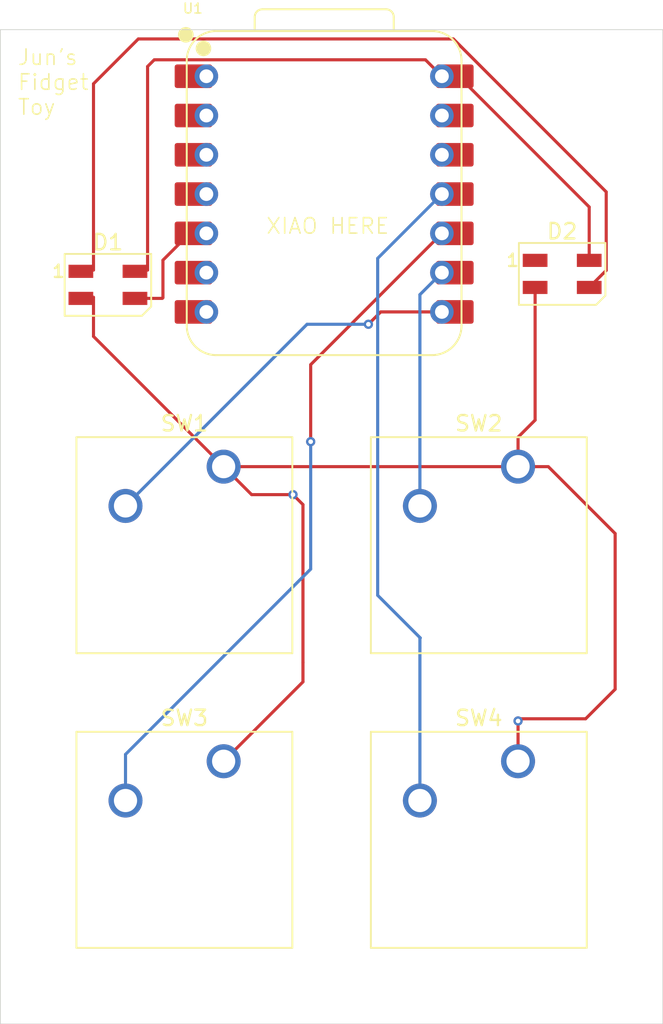
<source format=kicad_pcb>
(kicad_pcb (version 20241229) (generator "pcbnew") (generator_version "9.0")
  (layers (0 "F.Cu" signal) (2 "B.Cu" signal) (13 "F.Paste" user) (15 "B.Paste" user) (5 "F.SilkS" user "F.Silkscreen") (7 "B.SilkS" user "B.Silkscreen") (1 "F.Mask" user) (3 "B.Mask" user) (25 "Edge.Cuts" user))
  (net 0 "")
  (net 1 "Net-(D1-DOUT)")
  (net 2 "+5V")
  (net 3 "GND")
  (net 4 "Net-(D1-DIN)")
  (net 6 "Net-(U1-GPIO1{slash}RX)")
  (net 7 "Net-(U1-GPIO2{slash}SCK)")
  (net 8 "Net-(U1-GPIO4{slash}MISO)")
  (net 9 "Net-(U1-GPIO3{slash}MOSI)")
  (net 11 "GND1")
  (footprint "Button_Switch_Keyboard:SW_Cherry_MX_1.00u_PCB" (layer "F.Cu") (at 35.8775 42.545)
    (property "Reference" "SW1" (at -2.54 -2.794 0) (layer "F.SilkS"))
    (property "Value" "SW_Push")
    (fp_line (start -9.525 -1.905) (end 4.445 -1.905) (stroke (width 0.12)) (layer "F.SilkS"))
    (fp_line (start -9.525 12.065) (end -9.525 -1.905) (stroke (width 0.12)) (layer "F.SilkS"))
    (fp_line (start 4.445 -1.905) (end 4.445 12.065) (stroke (width 0.12)) (layer "F.SilkS"))
    (fp_line (start 4.445 12.065) (end -9.525 12.065) (stroke (width 0.12)) (layer "F.SilkS"))
    (pad "" np_thru_hole circle (at -7.62 5.08) (size 1.7 1.7) (drill 1.7) (layers "*.Cu" "*.Mask"))
    (pad "" np_thru_hole circle (at -2.54 5.08) (size 4 4) (drill 4) (layers "*.Cu" "*.Mask"))
    (pad "" np_thru_hole circle (at 2.54 5.08) (size 1.7 1.7) (drill 1.7) (layers "*.Cu" "*.Mask"))
    (pad "1" thru_hole circle (at 0 0) (size 2.2 2.2) (drill 1.5) (layers "*.Cu" "*.Mask") (net 3 "GND"))
    (pad "2" thru_hole circle (at -6.35 2.54) (size 2.2 2.2) (drill 1.5) (layers "*.Cu" "*.Mask") (net 6 "Net-(U1-GPIO1{slash}RX)"))
  )
  (footprint "Button_Switch_Keyboard:SW_Cherry_MX_1.00u_PCB" (layer "F.Cu") (at 54.9275 61.595)
    (property "Reference" "SW4" (at -2.54 -2.794 0) (layer "F.SilkS"))
    (property "Value" "SW_Push")
    (fp_line (start -9.525 -1.905) (end 4.445 -1.905) (stroke (width 0.12)) (layer "F.SilkS"))
    (fp_line (start -9.525 12.065) (end -9.525 -1.905) (stroke (width 0.12)) (layer "F.SilkS"))
    (fp_line (start 4.445 -1.905) (end 4.445 12.065) (stroke (width 0.12)) (layer "F.SilkS"))
    (fp_line (start 4.445 12.065) (end -9.525 12.065) (stroke (width 0.12)) (layer "F.SilkS"))
    (pad "" np_thru_hole circle (at -7.62 5.08) (size 1.7 1.7) (drill 1.7) (layers "*.Cu" "*.Mask"))
    (pad "" np_thru_hole circle (at -2.54 5.08) (size 4 4) (drill 4) (layers "*.Cu" "*.Mask"))
    (pad "" np_thru_hole circle (at 2.54 5.08) (size 1.7 1.7) (drill 1.7) (layers "*.Cu" "*.Mask"))
    (pad "1" thru_hole circle (at 0 0) (size 2.2 2.2) (drill 1.5) (layers "*.Cu" "*.Mask") (net 3 "GND"))
    (pad "2" thru_hole circle (at -6.35 2.54) (size 2.2 2.2) (drill 1.5) (layers "*.Cu" "*.Mask") (net 9 "Net-(U1-GPIO3{slash}MOSI)"))
  )
  (footprint "Button_Switch_Keyboard:SW_Cherry_MX_1.00u_PCB" (layer "F.Cu") (at 35.8775 61.595)
    (property "Reference" "SW3" (at -2.54 -2.794 0) (layer "F.SilkS"))
    (property "Value" "SW_Push")
    (fp_line (start -9.525 -1.905) (end 4.445 -1.905) (stroke (width 0.12)) (layer "F.SilkS"))
    (fp_line (start -9.525 12.065) (end -9.525 -1.905) (stroke (width 0.12)) (layer "F.SilkS"))
    (fp_line (start 4.445 -1.905) (end 4.445 12.065) (stroke (width 0.12)) (layer "F.SilkS"))
    (fp_line (start 4.445 12.065) (end -9.525 12.065) (stroke (width 0.12)) (layer "F.SilkS"))
    (pad "" np_thru_hole circle (at -7.62 5.08) (size 1.7 1.7) (drill 1.7) (layers "*.Cu" "*.Mask"))
    (pad "" np_thru_hole circle (at -2.54 5.08) (size 4 4) (drill 4) (layers "*.Cu" "*.Mask"))
    (pad "" np_thru_hole circle (at 2.54 5.08) (size 1.7 1.7) (drill 1.7) (layers "*.Cu" "*.Mask"))
    (pad "1" thru_hole circle (at 0 0) (size 2.2 2.2) (drill 1.5) (layers "*.Cu" "*.Mask") (net 3 "GND"))
    (pad "2" thru_hole circle (at -6.35 2.54) (size 2.2 2.2) (drill 1.5) (layers "*.Cu" "*.Mask") (net 8 "Net-(U1-GPIO4{slash}MISO)"))
  )
  (footprint "LED_SMD:LED_SK6812MINI_PLCC4_3.5x3.5mm_P1.75mm" (layer "F.Cu") (at 28.39 30.79)
    (property "Reference" "D1" (at 0 -2.75 0) (layer "F.SilkS"))
    (property "Value" "SK6812MINI")
    (fp_line (start -2.8 -2) (end -2.8 2) (stroke (width 0.12)) (layer "F.SilkS"))
    (fp_line (start -2.8 -2) (end 2.8 -2) (stroke (width 0.12)) (layer "F.SilkS"))
    (fp_line (start -2.8 2) (end 2.2 2) (stroke (width 0.12)) (layer "F.SilkS"))
    (fp_line (start 2.8 1.4) (end 2.2 2) (stroke (width 0.12)) (layer "F.SilkS"))
    (fp_line (start 2.8 1.4) (end 2.8 -2) (stroke (width 0.12)) (layer "F.SilkS"))
    (fp_text user "1" (at -3.2 -0.875 0) (layer "F.SilkS") (effects (font (size 0.8 0.8))))
    (pad "1" smd rect (at -1.75 -0.875) (size 1.6 0.85) (layers "F.Cu" "F.Mask" "F.Paste") (net 1 "Net-(D1-DOUT)"))
    (pad "2" smd rect (at -1.75 0.875) (size 1.6 0.85) (layers "F.Cu" "F.Mask" "F.Paste") (net 3 "GND"))
    (pad "3" smd rect (at 1.75 0.875) (size 1.6 0.85) (layers "F.Cu" "F.Mask" "F.Paste") (net 4 "Net-(D1-DIN)"))
    (pad "4" smd rect (at 1.75 -0.875) (size 1.6 0.85) (layers "F.Cu" "F.Mask" "F.Paste") (net 2 "+5V"))
  )
  (footprint "LED_SMD:LED_SK6812MINI_PLCC4_3.5x3.5mm_P1.75mm" (layer "F.Cu") (at 57.78125 30.08125)
    (property "Reference" "D2" (at 0 -2.75 0) (layer "F.SilkS"))
    (property "Value" "SK6812MINI")
    (fp_line (start -2.8 -2) (end -2.8 2) (stroke (width 0.12)) (layer "F.SilkS"))
    (fp_line (start -2.8 -2) (end 2.8 -2) (stroke (width 0.12)) (layer "F.SilkS"))
    (fp_line (start -2.8 2) (end 2.2 2) (stroke (width 0.12)) (layer "F.SilkS"))
    (fp_line (start 2.8 1.4) (end 2.2 2) (stroke (width 0.12)) (layer "F.SilkS"))
    (fp_line (start 2.8 1.4) (end 2.8 -2) (stroke (width 0.12)) (layer "F.SilkS"))
    (fp_text user "1" (at -3.2 -0.875 0) (layer "F.SilkS") (effects (font (size 0.8 0.8))))
    (pad "1" smd rect (at -1.75 -0.875) (size 1.6 0.85) (layers "F.Cu" "F.Mask" "F.Paste"))
    (pad "2" smd rect (at -1.75 0.875) (size 1.6 0.85) (layers "F.Cu" "F.Mask" "F.Paste") (net 3 "GND"))
    (pad "3" smd rect (at 1.75 0.875) (size 1.6 0.85) (layers "F.Cu" "F.Mask" "F.Paste") (net 1 "Net-(D1-DOUT)"))
    (pad "4" smd rect (at 1.75 -0.875) (size 1.6 0.85) (layers "F.Cu" "F.Mask" "F.Paste") (net 2 "+5V"))
  )
  (footprint "Button_Switch_Keyboard:SW_Cherry_MX_1.00u_PCB" (layer "F.Cu") (at 54.9275 42.545)
    (property "Reference" "SW2" (at -2.54 -2.794 0) (layer "F.SilkS"))
    (property "Value" "SW_Push")
    (fp_line (start -9.525 -1.905) (end 4.445 -1.905) (stroke (width 0.12)) (layer "F.SilkS"))
    (fp_line (start -9.525 12.065) (end -9.525 -1.905) (stroke (width 0.12)) (layer "F.SilkS"))
    (fp_line (start 4.445 -1.905) (end 4.445 12.065) (stroke (width 0.12)) (layer "F.SilkS"))
    (fp_line (start 4.445 12.065) (end -9.525 12.065) (stroke (width 0.12)) (layer "F.SilkS"))
    (pad "" np_thru_hole circle (at -7.62 5.08) (size 1.7 1.7) (drill 1.7) (layers "*.Cu" "*.Mask"))
    (pad "" np_thru_hole circle (at -2.54 5.08) (size 4 4) (drill 4) (layers "*.Cu" "*.Mask"))
    (pad "" np_thru_hole circle (at 2.54 5.08) (size 1.7 1.7) (drill 1.7) (layers "*.Cu" "*.Mask"))
    (pad "1" thru_hole circle (at 0 0) (size 2.2 2.2) (drill 1.5) (layers "*.Cu" "*.Mask") (net 3 "GND"))
    (pad "2" thru_hole circle (at -6.35 2.54) (size 2.2 2.2) (drill 1.5) (layers "*.Cu" "*.Mask") (net 7 "Net-(U1-GPIO2{slash}SCK)"))
  )
  (footprint "OPL:XIAO-RP2040-DIP" (layer "F.Cu") (at 42.38 24.92)
    (property "Reference" "U1" (at -8.5 -12 0) (layer "F.SilkS") (effects (font (size 0.635 0.635) (thickness 0.1016))))
    (property "Value" "XIAO-RP2040-DIP")
    (fp_line (start -8.89 8.509) (end -8.89 -8.636) (stroke (width 0.127)) (layer "F.SilkS"))
    (fp_line (start -6.985 10.414) (end 6.985 10.414) (stroke (width 0.127)) (layer "F.SilkS"))
    (fp_line (start -4.495 -10.541) (end -4.491272 -11.451272) (stroke (width 0.127)) (layer "F.SilkS"))
    (fp_line (start -3.991272 -11.951) (end 4.004 -11.951) (stroke (width 0.127)) (layer "F.SilkS"))
    (fp_line (start 4.504 -11.451) (end 4.504 -10.541) (stroke (width 0.127)) (layer "F.SilkS"))
    (fp_line (start 6.985 -10.541) (end -6.985 -10.541) (stroke (width 0.1)) (layer "F.SilkS"))
    (fp_line (start 6.985 -10.541) (end -6.985 -10.541) (stroke (width 0.127)) (layer "F.SilkS"))
    (fp_line (start 8.89 8.509) (end 8.89 -8.636) (stroke (width 0.127)) (layer "F.SilkS"))
    (fp_arc (start -8.89 -8.636) (mid -8.332038 -9.983038) (end -6.985 -10.541) (stroke (width 0.127)) (layer "F.SilkS"))
    (fp_arc (start -6.985 10.414) (mid -8.332038 9.856038) (end -8.89 8.509) (stroke (width 0.127)) (layer "F.SilkS"))
    (fp_arc (start -4.491272 -11.451272) (mid -4.344728 -11.80464) (end -3.991272 -11.951) (stroke (width 0.127)) (layer "F.SilkS"))
    (fp_arc (start 4.004 -11.951) (mid 4.357553 -11.804553) (end 4.504 -11.451) (stroke (width 0.127)) (layer "F.SilkS"))
    (fp_arc (start 6.985 -10.541) (mid 8.332038 -9.983038) (end 8.89 -8.636) (stroke (width 0.127)) (layer "F.SilkS"))
    (fp_arc (start 8.89 8.509) (mid 8.332038 9.856038) (end 6.985 10.414) (stroke (width 0.127)) (layer "F.SilkS"))
    (fp_circle (center -8.95 -10.3) (end -8.95 -10.554) (stroke (width 0.5)) (fill yes) (layer "F.SilkS"))
    (fp_circle (center -7.807 -9.42) (end -7.807 -9.674) (stroke (width 0.5)) (fill yes) (layer "F.SilkS"))
    (pad "1" smd roundrect (at -8.455 -7.62 180) (size 2.432 1.524) (layers "F.Cu" "F.Mask") (roundrect_rratio 0.1))
    (pad "1" thru_hole circle (at -7.62 -7.62 180) (size 1.524 1.524) (drill 0.889) (layers "*.Cu" "*.Mask"))
    (pad "2" smd roundrect (at -8.455 -5.08 180) (size 2.432 1.524) (layers "F.Cu" "F.Mask") (roundrect_rratio 0.1))
    (pad "2" thru_hole circle (at -7.62 -5.08 180) (size 1.524 1.524) (drill 0.889) (layers "*.Cu" "*.Mask"))
    (pad "3" smd roundrect (at -8.455 -2.54 180) (size 2.432 1.524) (layers "F.Cu" "F.Mask") (roundrect_rratio 0.1))
    (pad "3" thru_hole circle (at -7.62 -2.54 180) (size 1.524 1.524) (drill 0.889) (layers "*.Cu" "*.Mask"))
    (pad "4" smd roundrect (at -8.455 0 180) (size 2.432 1.524) (layers "F.Cu" "F.Mask") (roundrect_rratio 0.1))
    (pad "4" thru_hole circle (at -7.62 0 180) (size 1.524 1.524) (drill 0.889) (layers "*.Cu" "*.Mask"))
    (pad "5" smd roundrect (at -8.455 2.54 180) (size 2.432 1.524) (layers "F.Cu" "F.Mask") (roundrect_rratio 0.1) (net 4 "Net-(D1-DIN)"))
    (pad "5" thru_hole circle (at -7.62 2.54 180) (size 1.524 1.524) (drill 0.889) (layers "*.Cu" "*.Mask") (net 4 "Net-(D1-DIN)"))
    (pad "6" smd roundrect (at -8.455 5.08 180) (size 2.432 1.524) (layers "F.Cu" "F.Mask") (roundrect_rratio 0.1))
    (pad "6" thru_hole circle (at -7.62 5.08 180) (size 1.524 1.524) (drill 0.889) (layers "*.Cu" "*.Mask"))
    (pad "7" smd roundrect (at -8.455 7.62 180) (size 2.432 1.524) (layers "F.Cu" "F.Mask") (roundrect_rratio 0.1))
    (pad "7" thru_hole circle (at -7.62 7.62 180) (size 1.524 1.524) (drill 0.889) (layers "*.Cu" "*.Mask"))
    (pad "8" thru_hole circle (at 7.62 7.62) (size 1.524 1.524) (drill 0.889) (layers "*.Cu" "*.Mask") (net 6 "Net-(U1-GPIO1{slash}RX)"))
    (pad "8" smd roundrect (at 8.455 7.62) (size 2.432 1.524) (layers "F.Cu" "F.Mask") (roundrect_rratio 0.1) (net 6 "Net-(U1-GPIO1{slash}RX)"))
    (pad "9" thru_hole circle (at 7.62 5.08) (size 1.524 1.524) (drill 0.889) (layers "*.Cu" "*.Mask") (net 7 "Net-(U1-GPIO2{slash}SCK)"))
    (pad "9" smd roundrect (at 8.455 5.08) (size 2.432 1.524) (layers "F.Cu" "F.Mask") (roundrect_rratio 0.1) (net 7 "Net-(U1-GPIO2{slash}SCK)"))
    (pad "10" thru_hole circle (at 7.62 2.54) (size 1.524 1.524) (drill 0.889) (layers "*.Cu" "*.Mask") (net 8 "Net-(U1-GPIO4{slash}MISO)"))
    (pad "10" smd roundrect (at 8.455 2.54) (size 2.432 1.524) (layers "F.Cu" "F.Mask") (roundrect_rratio 0.1) (net 8 "Net-(U1-GPIO4{slash}MISO)"))
    (pad "11" thru_hole circle (at 7.62 0) (size 1.524 1.524) (drill 0.889) (layers "*.Cu" "*.Mask") (net 9 "Net-(U1-GPIO3{slash}MOSI)"))
    (pad "11" smd roundrect (at 8.455 0) (size 2.432 1.524) (layers "F.Cu" "F.Mask") (roundrect_rratio 0.1) (net 9 "Net-(U1-GPIO3{slash}MOSI)"))
    (pad "12" thru_hole circle (at 7.62 -2.54) (size 1.524 1.524) (drill 0.889) (layers "*.Cu" "*.Mask"))
    (pad "12" smd roundrect (at 8.455 -2.54) (size 2.432 1.524) (layers "F.Cu" "F.Mask") (roundrect_rratio 0.1))
    (pad "13" thru_hole circle (at 7.62 -5.08) (size 1.524 1.524) (drill 0.889) (layers "*.Cu" "*.Mask") (net 11 "GND1"))
    (pad "13" smd roundrect (at 8.455 -5.08) (size 2.432 1.524) (layers "F.Cu" "F.Mask") (roundrect_rratio 0.1) (net 11 "GND1"))
    (pad "14" thru_hole circle (at 7.62 -7.62) (size 1.524 1.524) (drill 0.889) (layers "*.Cu" "*.Mask") (net 2 "+5V"))
    (pad "14" smd roundrect (at 8.455 -7.62) (size 2.432 1.524) (layers "F.Cu" "F.Mask") (roundrect_rratio 0.1) (net 2 "+5V"))
  )
  (gr_rect (start 21.43125 14.2875) (end 64.29375 78.58125) (stroke (width 0.05)) (fill no) (layer "Edge.Cuts"))
  (gr_text "Jun's\nFidget\nToy" (at 22.5 19.88 0) (layer "F.SilkS") (effects (font (size 1 1) (thickness 0.1)) (justify left bottom)))
  (gr_text "XIAO HERE" (at 38.57 27.57 0) (layer "F.SilkS") (effects (font (size 1 1) (thickness 0.1)) (justify left bottom)))
  (segment (start 60.63225 24.778624) (end 50.742126 14.8885) (width 0.2) (layer "F.Cu") (net 1))
  (segment (start 59.53125 30.95625) (end 60.63225 29.85525) (width 0.2) (layer "F.Cu") (net 1))
  (segment (start 27.45625 17.7875) (end 27.45625 29.8375) (width 0.2) (layer "F.Cu") (net 1))
  (segment (start 50.742126 14.8885) (end 30.35525 14.8885) (width 0.2) (layer "F.Cu") (net 1))
  (segment (start 60.63225 29.85525) (end 60.63225 24.778624) (width 0.2) (layer "F.Cu") (net 1))
  (segment (start 30.35525 14.8885) (end 27.45625 17.7875) (width 0.2) (layer "F.Cu") (net 1))
  (segment (start 59.53125 25.75362) (end 51.07763 17.3) (width 0.2) (layer "F.Cu") (net 2))
  (segment (start 50 17.3) (end 48.937 16.237) (width 0.2) (layer "F.Cu") (net 2))
  (segment (start 31.388 16.237) (end 30.95625 16.66875) (width 0.2) (layer "F.Cu") (net 2))
  (segment (start 59.53125 29.20625) (end 59.53125 25.75362) (width 0.2) (layer "F.Cu") (net 2))
  (segment (start 51.07763 17.3) (end 50 17.3) (width 0.2) (layer "F.Cu") (net 2))
  (segment (start 48.937 16.237) (end 31.388 16.237) (width 0.2) (layer "F.Cu") (net 2))
  (segment (start 30.95625 16.66875) (end 30.95625 29.8375) (width 0.2) (layer "F.Cu") (net 2))
  (segment (start 41.01 56.4625) (end 41.01 55.21) (width 0.2) (layer "F.Cu") (net 3))
  (segment (start 54.85 58.85) (end 54.9275 58.9275) (width 0.2) (layer "F.Cu") (net 3))
  (segment (start 27.45625 31.5875) (end 27.45625 34.12375) (width 0.2) (layer "F.Cu") (net 3))
  (segment (start 37.6875 44.355) (end 35.8775 42.545) (width 0.2) (layer "F.Cu") (net 3))
  (segment (start 56.03125 39.53625) (end 56.03125 30.95625) (width 0.2) (layer "F.Cu") (net 3))
  (segment (start 41.01 45) (end 40.365 44.355) (width 0.2) (layer "F.Cu") (net 3))
  (segment (start 54.9275 40.64) (end 56.03125 39.53625) (width 0.2) (layer "F.Cu") (net 3))
  (segment (start 56.885 42.545) (end 61.21 46.87) (width 0.2) (layer "F.Cu") (net 3))
  (segment (start 54.9275 42.545) (end 56.885 42.545) (width 0.2) (layer "F.Cu") (net 3))
  (segment (start 54.9275 42.545) (end 54.9275 40.64) (width 0.2) (layer "F.Cu") (net 3))
  (segment (start 35.8775 61.595) (end 41.01 56.4625) (width 0.2) (layer "F.Cu") (net 3))
  (segment (start 54.9275 42.545) (end 35.8775 42.545) (width 0.2) (layer "F.Cu") (net 3))
  (segment (start 40.365 44.355) (end 37.6875 44.355) (width 0.2) (layer "F.Cu") (net 3))
  (segment (start 54.9275 61.595) (end 54.9275 58.99) (width 0.2) (layer "F.Cu") (net 3))
  (segment (start 59.3 58.85) (end 54.85 58.85) (width 0.2) (layer "F.Cu") (net 3))
  (segment (start 54.9275 58.9275) (end 54.9275 58.99) (width 0.2) (layer "F.Cu") (net 3))
  (segment (start 40.365 44.355) (end 40.36 44.35) (width 0.2) (layer "F.Cu") (net 3))
  (segment (start 61.21 56.94) (end 59.3 58.85) (width 0.2) (layer "F.Cu") (net 3))
  (segment (start 27.45625 34.12375) (end 35.8775 42.545) (width 0.2) (layer "F.Cu") (net 3))
  (segment (start 41.01 55.21) (end 41.01 45) (width 0.2) (layer "F.Cu") (net 3))
  (segment (start 61.21 46.87) (end 61.21 56.94) (width 0.2) (layer "F.Cu") (net 3))
  (via (at 54.9275 58.99) (size 0.6) (drill 0.3) (layers "F.Cu" "B.Cu") (net 3))
  (via (at 40.365 44.355) (size 0.6) (drill 0.3) (layers "F.Cu" "B.Cu") (net 3))
  (segment (start 31.95 29.19237) (end 31.95 31.62) (width 0.2) (layer "F.Cu") (net 4))
  (segment (start 34.76 27.46) (end 33.68237 27.46) (width 0.2) (layer "F.Cu") (net 4))
  (segment (start 33.68237 27.46) (end 31.95 29.19237) (width 0.2) (layer "F.Cu") (net 4))
  (segment (start 34.76 27.46) (end 33.00875 27.46) (width 0.2) (layer "F.Cu") (net 4))
  (segment (start 34.76 27.46) (end 33.925 27.46) (width 0.2) (layer "F.Cu") (net 4))
  (segment (start 31.905 31.665) (end 30.14 31.665) (width 0.2) (layer "F.Cu") (net 4))
  (segment (start 31.95 31.62) (end 31.905 31.665) (width 0.2) (layer "F.Cu") (net 4))
  (segment (start 50 32.54) (end 46.04125 32.54) (width 0.2) (layer "F.Cu") (net 6))
  (segment (start 46.04125 32.54) (end 45.24375 33.3375) (width 0.2) (layer "F.Cu") (net 6))
  (via (at 45.24375 33.3375) (size 0.6) (drill 0.3) (layers "F.Cu" "B.Cu") (net 6))
  (segment (start 41.275 33.3375) (end 45.24375 33.3375) (width 0.2) (layer "B.Cu") (net 6))
  (segment (start 29.5275 45.085) (end 41.275 33.3375) (width 0.2) (layer "B.Cu") (net 6))
  (segment (start 48.5775 45.085) (end 48.565 45.085) (width 0.2) (layer "F.Cu") (net 7))
  (segment (start 48.565 45.085) (end 48.51 45.14) (width 0.2) (layer "F.Cu") (net 7))
  (segment (start 50 30) (end 48.5775 31.4225) (width 0.2) (layer "B.Cu") (net 7))
  (segment (start 48.5775 31.4225) (end 48.5775 45.085) (width 0.2) (layer "B.Cu") (net 7))
  (segment (start 50 27.46) (end 41.51 35.95) (width 0.2) (layer "F.Cu") (net 8))
  (segment (start 41.51 35.95) (end 41.51 40.83) (width 0.2) (layer "F.Cu") (net 8))
  (via (at 41.51 40.93) (size 0.6) (drill 0.3) (layers "F.Cu" "B.Cu") (net 8))
  (segment (start 41.51 40.93) (end 41.51 40.81) (width 0.2) (layer "B.Cu") (net 8))
  (segment (start 29.5275 61.1525) (end 41.21 49.47) (width 0.2) (layer "B.Cu") (net 8))
  (segment (start 41.51 49.17) (end 41.51 40.93) (width 0.2) (layer "B.Cu") (net 8))
  (segment (start 29.5275 64.135) (end 29.5275 61.1525) (width 0.2) (layer "B.Cu") (net 8))
  (segment (start 41.21 49.47) (end 41.51 49.17) (width 0.2) (layer "B.Cu") (net 8))
  (segment (start 45.84475 50.86475) (end 48.6 53.62) (width 0.2) (layer "B.Cu") (net 9))
  (segment (start 45.84475 29.07525) (end 45.84475 50.86475) (width 0.2) (layer "B.Cu") (net 9))
  (segment (start 48.6 53.62) (end 48.5775 53.6425) (width 0.2) (layer "B.Cu") (net 9))
  (segment (start 48.5775 53.6425) (end 48.5775 64.135) (width 0.2) (layer "B.Cu") (net 9))
  (segment (start 50 24.92) (end 45.84475 29.07525) (width 0.2) (layer "B.Cu") (net 9))
)
</source>
